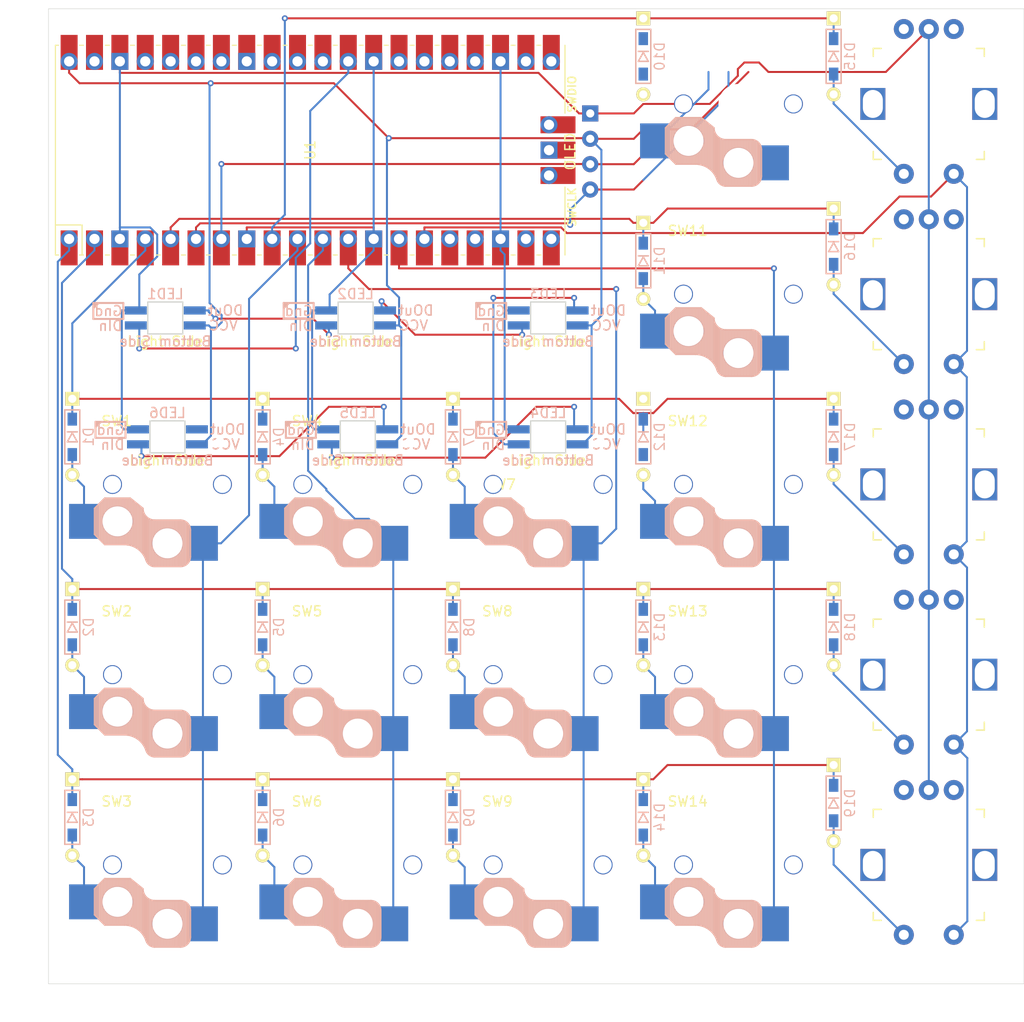
<source format=kicad_pcb>
(kicad_pcb (version 20240108) (generator "pcbnew") (generator_version "8.0")
  (layers (0 "F.Cu" signal) (31 "B.Cu" signal) (34 "B.Paste" user) (35 "F.Paste" user) (36 "B.SilkS" user "B.Silkscreen") (37 "F.SilkS" user "F.Silkscreen") (38 "B.Mask" user) (39 "F.Mask" user) (44 "Edge.Cuts" user))
  (net 0 "")
  (net 1 "Net-(D1-A)")
  (net 2 "Row0")
  (net 3 "Net-(D2-A)")
  (net 4 "Row1")
  (net 5 "Row2")
  (net 6 "Net-(D3-A)")
  (net 7 "Row3")
  (net 8 "Net-(D4-A)")
  (net 9 "Net-(D5-A)")
  (net 10 "Net-(D6-A)")
  (net 11 "Net-(D7-A)")
  (net 12 "Net-(D8-A)")
  (net 13 "Net-(D9-A)")
  (net 14 "Net-(LED2-DOUT)")
  (net 15 "Net-(D11-A)")
  (net 16 "Net-(D12-A)")
  (net 17 "Net-(D13-A)")
  (net 18 "Net-(D14-A)")
  (net 19 "Net-(D15-A)")
  (net 20 "Net-(D16-A)")
  (net 21 "SCL")
  (net 22 "GND")
  (net 23 "SDA")
  (net 24 "VCC")
  (net 25 "Col0")
  (net 26 "Col1")
  (net 27 "Col2")
  (net 28 "RE13_A")
  (net 29 "Col3")
  (net 30 "RE13_B")
  (net 31 "RE14_B")
  (net 32 "RE14_A")
  (net 33 "RE15_A")
  (net 34 "RE15_B")
  (net 35 "RE16_A")
  (net 36 "RE16_B")
  (net 38 "Net-(D17-A)")
  (net 39 "LED")
  (net 40 "Col4")
  (net 55 "RE17_A")
  (net 62 "RE17_B")
  (net 65 "Net-(LED1-DOUT)")
  (net 67 "Net-(LED5-DOUT)")
  (net 68 "Net-(LED3-DOUT)")
  (net 69 "Net-(LED4-DOUT)")
  (net 71 "RE1_B")
  (net 72 "RE1_A")
  (net 73 "Row4")
  (net 74 "Net-(D18-A)")
  (net 75 "Net-(D19-A)")
  (net 76 "RE2_A")
  (net 77 "RE2_B")
  (net 78 "RE3_A")
  (net 79 "RE3_B")
  (net 80 "RE4_A")
  (net 81 "RE4_B")
  (net 82 "RE5_A")
  (net 83 "RE5_B")
  (net 84 "Net-(D10-A)")
  (footprint "kbd_SW:Choc_Hotswap_1u" (layer "F.Cu") (at 92.8688 104.775)
    (property "Reference" "SW9")
    (property "Value" "SW_Push" (hide yes))
  )
  (footprint "kbd_Parts:RotaryEncoder_EC12E" (layer "F.Cu") (at 130.9688 66.675 -90)
    (property "Reference" "SW17")
    (property "Value" "RotaryEncoder_Switch")
  )
  (footprint "kbd_Parts:Diode_TH_SMD" (layer "F.Cu") (at 45.2438 100.0125 -90)
    (property "Reference" "D3")
    (property "Value" "D" (hide yes))
  )
  (footprint "kbd_Parts:LED_SK6812MINI-E_BL" (layer "F.Cu") (at 54.7688 61.9125)
    (property "Reference" "LED6")
    (property "Value" "LED_SK6812MINI-E")
    (fp_line (start -1.75 -1.6) (end 1.75 -1.6) (stroke (width 0.12)) (layer "Edge.Cuts"))
    (fp_line (start -1.75 1.6) (end -1.75 -1.6) (stroke (width 0.12)) (layer "Edge.Cuts"))
    (fp_line (start 1.75 -1.6) (end 1.75 1.6) (stroke (width 0.12)) (layer "Edge.Cuts"))
    (fp_line (start 1.75 1.6) (end -1.75 1.6) (stroke (width 0.12)) (layer "Edge.Cuts"))
  )
  (footprint "kbd_Parts:LED_SK6812MINI-E_BL" (layer "F.Cu") (at 73.8188 61.9125)
    (property "Reference" "LED5")
    (property "Value" "LED_SK6812MINI-E")
    (fp_line (start -1.75 -1.6) (end 1.75 -1.6) (stroke (width 0.12)) (layer "Edge.Cuts"))
    (fp_line (start -1.75 1.6) (end -1.75 -1.6) (stroke (width 0.12)) (layer "Edge.Cuts"))
    (fp_line (start 1.75 -1.6) (end 1.75 1.6) (stroke (width 0.12)) (layer "Edge.Cuts"))
    (fp_line (start 1.75 1.6) (end -1.75 1.6) (stroke (width 0.12)) (layer "Edge.Cuts"))
  )
  (footprint "kbd_SW:Choc_Hotswap_1u" (layer "F.Cu") (at 73.8188 85.725)
    (property "Reference" "SW5")
    (property "Value" "SW_Push" (hide yes))
  )
  (footprint "kbd_Parts:Diode_TH_SMD" (layer "F.Cu") (at 102.3938 44.2912 -90)
    (property "Reference" "D11")
    (property "Value" "D" (hide yes))
  )
  (footprint "kbd_SW:Choc_Hotswap_1u" (layer "F.Cu") (at 92.8688 85.725)
    (property "Reference" "SW8")
    (property "Value" "SW_Push" (hide yes))
  )
  (footprint "kbd_Parts:RotaryEncoder_EC12E" (layer "F.Cu") (at 130.9688 28.575 -90)
    (property "Reference" "SW15")
    (property "Value" "RotaryEncoder_Switch")
  )
  (footprint "kbd_Parts:LED_SK6812MINI-E_BL" (layer "F.Cu") (at 54.5501 50.0062)
    (property "Reference" "LED1")
    (property "Value" "LED_SK6812MINI-E")
    (fp_line (start -1.75 -1.6) (end 1.75 -1.6) (stroke (width 0.12)) (layer "Edge.Cuts"))
    (fp_line (start -1.75 1.6) (end -1.75 -1.6) (stroke (width 0.12)) (layer "Edge.Cuts"))
    (fp_line (start 1.75 -1.6) (end 1.75 1.6) (stroke (width 0.12)) (layer "Edge.Cuts"))
    (fp_line (start 1.75 1.6) (end -1.75 1.6) (stroke (width 0.12)) (layer "Edge.Cuts"))
  )
  (footprint "kbd_SW:Choc_Hotswap_1u" (layer "F.Cu") (at 111.9188 104.775)
    (property "Reference" "SW14")
    (property "Value" "SW_Push" (hide yes))
  )
  (footprint "kbd_SW:Choc_Hotswap_1u" (layer "F.Cu") (at 92.8688 66.675)
    (property "Reference" "SW7")
    (property "Value" "SW_Push" (hide yes))
  )
  (footprint "kbd_Parts:LED_SK6812MINI-E_BL" (layer "F.Cu") (at 92.8688 50.0062)
    (property "Reference" "LED3")
    (property "Value" "LED_SK6812MINI-E")
    (fp_line (start -1.75 -1.6) (end 1.75 -1.6) (stroke (width 0.12)) (layer "Edge.Cuts"))
    (fp_line (start -1.75 1.6) (end -1.75 -1.6) (stroke (width 0.12)) (layer "Edge.Cuts"))
    (fp_line (start 1.75 -1.6) (end 1.75 1.6) (stroke (width 0.12)) (layer "Edge.Cuts"))
    (fp_line (start 1.75 1.6) (end -1.75 1.6) (stroke (width 0.12)) (layer "Edge.Cuts"))
  )
  (footprint "kbd_SW:Choc_Hotswap_1u" (layer "F.Cu") (at 73.8188 66.675)
    (property "Reference" "SW4")
    (property "Value" "SW_Push" (hide yes))
  )
  (footprint "kbd_Parts:Diode_TH_SMD" (layer "F.Cu") (at 64.2938 80.9625 -90)
    (property "Reference" "D5")
    (property "Value" "D" (hide yes))
  )
  (footprint "kbd_Parts:Diode_TH_SMD" (layer "F.Cu") (at 102.39375 61.9125 -90)
    (property "Reference" "D12")
    (property "Value" "D" (hide yes))
  )
  (footprint "kbd_Parts:Diode_TH_SMD" (layer "F.Cu") (at 83.3438 80.9625 -90)
    (property "Reference" "D8")
    (property "Value" "D" (hide yes))
  )
  (footprint "kbd_Parts:Diode_TH_SMD" (layer "F.Cu") (at 121.4438 98.5837 -90)
    (property "Reference" "D19")
    (property "Value" "D" (hide yes))
  )
  (footprint "kbd_SW:Choc_Hotswap_1u" (layer "F.Cu") (at 54.7688 85.725)
    (property "Reference" "SW2")
    (property "Value" "SW_Push" (hide yes))
  )
  (footprint "kbd_Parts:RotaryEncoder_EC12E" (layer "F.Cu") (at 130.9688 104.775 -90)
    (property "Reference" "SW19")
    (property "Value" "RotaryEncoder_Switch")
  )
  (footprint "kbd_SW:Choc_Hotswap_1u" (layer "F.Cu") (at 111.9188 47.625)
    (property "Reference" "SW11")
    (property "Value" "SW_Push" (hide yes))
  )
  (footprint "kbd_Parts:Diode_TH_SMD" (layer "F.Cu") (at 102.3938 100.0125 -90)
    (property "Reference" "D14")
    (property "Value" "D" (hide yes))
  )
  (footprint "kbd_Parts:RotaryEncoder_EC12E" (layer "F.Cu") (at 130.9688 85.725 -90)
    (property "Reference" "SW18")
    (property "Value" "RotaryEncoder_Switch")
  )
  (footprint "kbd_Parts:Diode_TH_SMD" (layer "F.Cu") (at 121.4438 80.9625 -90)
    (property "Reference" "D18")
    (property "Value" "D" (hide yes))
  )
  (footprint "kbd_Parts:RotaryEncoder_EC12E" (layer "F.Cu") (at 130.9688 47.625 -90)
    (property "Reference" "SW16")
    (property "Value" "RotaryEncoder_Switch")
  )
  (footprint "kbd_Parts:Diode_TH_SMD" (layer "F.Cu") (at 64.2938 100.0125 -90)
    (property "Reference" "D6")
    (property "Value" "D" (hide yes))
  )
  (footprint "kbd_SW:Choc_Hotswap_1u" (layer "F.Cu") (at 73.8188 104.775)
    (property "Reference" "SW6")
    (property "Value" "SW_Push" (hide yes))
  )
  (footprint "kbd_Parts:Diode_TH_SMD" (layer "F.Cu") (at 121.4438 61.9125 -90)
    (property "Reference" "D17")
    (property "Value" "D" (hide yes))
  )
  (footprint "RPi_Pico:RPi_Pico_SMD_TH" (layer "F.Cu") (at 69.0563 33.2025 90)
    (property "Reference" "U1")
    (property "Value" "Pico")
  )
  (footprint "kbd_SW:Choc_Hotswap_1u" (layer "F.Cu") (at 54.7688 104.775)
    (property "Reference" "SW3")
    (property "Value" "SW_Push" (hide yes))
  )
  (footprint "kbd_Parts:LED_SK6812MINI-E_BL" (layer "F.Cu") (at 92.8688 61.9125)
    (property "Reference" "LED4")
    (property "Value" "LED_SK6812MINI-E")
    (fp_line (start -1.75 -1.6) (end 1.75 -1.6) (stroke (width 0.12)) (layer "Edge.Cuts"))
    (fp_line (start -1.75 1.6) (end -1.75 -1.6) (stroke (width 0.12)) (layer "Edge.Cuts"))
    (fp_line (start 1.75 -1.6) (end 1.75 1.6) (stroke (width 0.12)) (layer "Edge.Cuts"))
    (fp_line (start 1.75 1.6) (end -1.75 1.6) (stroke (width 0.12)) (layer "Edge.Cuts"))
  )
  (footprint "kbd_Parts:Diode_TH_SMD" (layer "F.Cu") (at 83.3438 100.0125 -90)
    (property "Reference" "D9")
    (property "Value" "D" (hide yes))
  )
  (footprint "BrownSugar_KBD:OLED_center_display" (layer "F.Cu") (at 78.5813 33.3375 90)
    (property "Reference" "OL1")
    (property "Value" "OLED")
  )
  (footprint "kbd_SW:Choc_Hotswap_1u" (layer "F.Cu") (at 111.9188 85.725)
    (property "Reference" "SW13")
    (property "Value" "SW_Push" (hide yes))
  )
  (footprint "kbd_Parts:Diode_TH_SMD" (layer "F.Cu") (at 102.3938 80.9625 -90)
    (property "Reference" "D13")
    (property "Value" "D" (hide yes))
  )
  (footprint "kbd_Parts:Diode_TH_SMD" (layer "F.Cu") (at 121.4438 23.8125 -90)
    (property "Reference" "D15")
    (property "Value" "D" (hide yes))
  )
  (footprint "kbd_SW:Choc_Hotswap_1u" (layer "F.Cu") (at 111.9188 66.675)
    (property "Reference" "SW12")
    (property "Value" "SW_Push" (hide yes))
  )
  (footprint "kbd_Parts:Diode_TH_SMD" (layer "F.Cu") (at 121.4438 42.8625 -90)
    (property "Reference" "D16")
    (property "Value" "D" (hide yes))
  )
  (footprint "kbd_Parts:Diode_TH_SMD" (layer "F.Cu") (at 64.2938 61.9125 -90)
    (property "Reference" "D4")
    (property "Value" "D" (hide yes))
  )
  (footprint "kbd_Parts:Diode_TH_SMD" (layer "F.Cu") (at 45.2438 80.9625 -90)
    (property "Reference" "D2")
    (property "Value" "D" (hide yes))
  )
  (footprint "kbd_Parts:Diode_TH_SMD" (layer "F.Cu") (at 102.39375 23.8125 -90)
    (property "Reference" "D10")
    (property "Value" "D" (hide yes))
  )
  (footprint "kbd_Parts:Diode_TH_SMD" (layer "F.Cu") (at 45.2438 61.9125 -90)
    (property "Reference" "D1")
    (property "Value" "D" (hide yes))
  )
  (footprint "kbd_Parts:Diode_TH_SMD" (layer "F.Cu") (at 83.3438 61.9125 -90)
    (property "Reference" "D7")
    (property "Value" "D" (hide yes))
  )
  (footprint "kbd_SW:Choc_Hotswap_1u" (layer "F.Cu") (at 54.7688 66.675)
    (property "Reference" "SW1")
    (property "Value" "SW_Push" (hide yes))
  )
  (footprint "kbd_SW:Choc_Hotswap_1u" (layer "F.Cu") (at 111.91875 28.575)
    (property "Reference" "SW10" (hide yes))
    (property "Value" "SW_Push" (hide yes))
  )
  (footprint "kbd_Parts:LED_SK6812MINI-E_BL" (layer "F.Cu") (at 73.6001 50.0062)
    (property "Reference" "LED2")
    (property "Value" "LED_SK6812MINI-E")
    (fp_line (start -1.75 -1.6) (end 1.75 -1.6) (stroke (width 0.12)) (layer "Edge.Cuts"))
    (fp_line (start -1.75 1.6) (end -1.75 -1.6) (stroke (width 0.12)) (layer "Edge.Cuts"))
    (fp_line (start 1.75 -1.6) (end 1.75 1.6) (stroke (width 0.12)) (layer "Edge.Cuts"))
    (fp_line (start 1.75 1.6) (end -1.75 1.6) (stroke (width 0.12)) (layer "Edge.Cuts"))
  )
  (gr_line (start 42.8625 19.05) (end 42.8625 116.68125) (stroke (width 0.05)) (layer "Edge.Cuts"))
  (gr_line (start 140.49375 19.05) (end 42.8625 19.05) (stroke (width 0.05)) (layer "Edge.Cuts"))
  (gr_line (start 42.8625 116.68125) (end 140.49375 116.68125) (stroke (width 0.05)) (layer "Edge.Cuts"))
  (gr_line (start 140.49375 116.68125) (end 140.49375 19.05) (stroke (width 0.05)) (layer "Edge.Cuts"))
  (segment (start 46.4188 66.8975) (end 46.4188 70.375) (width 0.2) (layer "B.Cu") (net 1))
  (segment (start 45.2438 65.7225) (end 45.2438 63.6875) (width 0.2) (layer "B.Cu") (net 1))
  (segment (start 45.2438 65.7225) (end 46.4188 66.8975) (width 0.2) (layer "B.Cu") (net 1))
  (segment (start 121.4438 20.0025) (end 66.5163 20.0025) (width 0.2) (layer "F.Cu") (net 2))
  (via (at 66.5163 20.0025) (size 0.6) (drill 0.3) (layers "F.Cu" "B.Cu") (net 2))
  (segment (start 66.5163 39.6708) (end 66.5163 20.0025) (width 0.2) (layer "B.Cu") (net 2))
  (segment (start 65.2463 40.9408) (end 66.5163 39.6708) (width 0.2) (layer "B.Cu") (net 2))
  (segment (start 121.4438 22.0375) (end 121.4438 20.0025) (width 0.2) (layer "B.Cu") (net 2))
  (segment (start 65.2463 42.0925) (end 65.2463 40.9408) (width 0.2) (layer "B.Cu") (net 2))
  (segment (start 45.2438 84.7725) (end 45.2438 82.7375) (width 0.2) (layer "B.Cu") (net 3))
  (segment (start 45.2438 84.7725) (end 46.4188 85.9475) (width 0.2) (layer "B.Cu") (net 3))
  (segment (start 46.4188 85.9475) (end 46.4188 89.425) (width 0.2) (layer "B.Cu") (net 3))
  (segment (start 102.3938 40.4812) (end 103.394 40.4812) (width 0.2) (layer "F.Cu") (net 4))
  (segment (start 104.8227 39.0525) (end 103.394 40.4812) (width 0.2) (layer "F.Cu") (net 4))
  (segment (start 101.3936 40.4812) (end 100.9919 40.0795) (width 0.2) (layer "F.Cu") (net 4))
  (segment (start 55.9476 40.0795) (end 55.0863 40.9408) (width 0.2) (layer "F.Cu") (net 4))
  (segment (start 100.9919 40.0795) (end 55.9476 40.0795) (width 0.2) (layer "F.Cu") (net 4))
  (segment (start 102.3938 40.4812) (end 101.3936 40.4812) (width 0.2) (layer "F.Cu") (net 4))
  (segment (start 121.4438 39.0525) (end 104.8227 39.0525) (width 0.2) (layer "F.Cu") (net 4))
  (segment (start 55.0863 42.0925) (end 55.0863 40.9408) (width 0.2) (layer "F.Cu") (net 4))
  (segment (start 121.4438 41.0875) (end 121.4438 39.0525) (width 0.2) (layer "B.Cu") (net 4))
  (segment (start 102.3938 42.5162) (end 102.3938 40.4812) (width 0.2) (layer "B.Cu") (net 4))
  (segment (start 121.4438 58.1025) (end 104.8227 58.1025) (width 0.2) (layer "F.Cu") (net 5))
  (segment (start 99.9649 58.1025) (end 101.3936 59.5312) (width 0.2) (layer "F.Cu") (net 5))
  (segment (start 102.3938 59.5312) (end 101.3936 59.5312) (width 0.2) (layer "F.Cu") (net 5))
  (segment (start 83.3438 58.1025) (end 99.9649 58.1025) (width 0.2) (layer "F.Cu") (net 5))
  (segment (start 64.2938 58.1025) (end 83.3438 58.1025) (width 0.2) (layer "F.Cu") (net 5))
  (segment (start 45.2438 58.1025) (end 64.2938 58.1025) (width 0.2) (layer "F.Cu") (net 5))
  (segment (start 102.3938 59.5312) (end 103.394 59.5312) (width 0.2) (layer "F.Cu") (net 5))
  (segment (start 104.8227 58.1025) (end 103.394 59.5312) (width 0.2) (layer "F.Cu") (net 5))
  (segment (start 45.2438 58.1025) (end 45.2438 50.5467) (width 0.2) (layer "B.Cu") (net 5))
  (segment (start 83.3438 60.1375) (end 83.3438 58.1025) (width 0.2) (layer "B.Cu") (net 5))
  (segment (start 102.3938 61.5662) (end 102.3938 59.5312) (width 0.2) (layer "B.Cu") (net 5))
  (segment (start 45.2438 60.1375) (end 45.2438 58.1025) (width 0.2) (layer "B.Cu") (net 5))
  (segment (start 121.4438 60.1375) (end 121.4438 58.1025) (width 0.2) (layer "B.Cu") (net 5))
  (segment (start 52.5463 42.0925) (end 52.5463 43.2442) (width 0.2) (layer "B.Cu") (net 5))
  (segment (start 45.2438 50.5467) (end 52.5463 43.2442) (width 0.2) (layer "B.Cu") (net 5))
  (segment (start 64.2938 60.1375) (end 64.2938 58.1025) (width 0.2) (layer "B.Cu") (net 5))
  (segment (start 45.2438 103.8225) (end 46.4188 104.9975) (width 0.2) (layer "B.Cu") (net 6))
  (segment (start 45.2438 103.8225) (end 45.2438 101.7875) (width 0.2) (layer "B.Cu") (net 6))
  (segment (start 46.4188 104.9975) (end 46.4188 108.475) (width 0.2) (layer "B.Cu") (net 6))
  (segment (start 102.3938 77.1525) (end 83.3438 77.1525) (width 0.2) (layer "F.Cu") (net 7))
  (segment (start 83.3438 77.1525) (end 64.2938 77.1525) (width 0.2) (layer "F.Cu") (net 7))
  (segment (start 121.4438 77.1525) (end 102.3938 77.1525) (width 0.2) (layer "F.Cu") (net 7))
  (segment (start 45.2438 77.1525) (end 64.2938 77.1525) (width 0.2) (layer "F.Cu") (net 7))
  (segment (start 121.4438 79.1875) (end 121.4438 77.1525) (width 0.2) (layer "B.Cu") (net 7))
  (segment (start 83.3438 79.1875) (end 83.3438 77.1525) (width 0.2) (layer "B.Cu") (net 7))
  (segment (start 64.2938 79.1875) (end 64.2938 77.1525) (width 0.2) (layer "B.Cu") (net 7))
  (segment (start 44.2103 75.1188) (end 44.2103 46.5002) (width 0.2) (layer "B.Cu") (net 7))
  (segment (start 44.2103 46.5002) (end 47.4663 43.2442) (width 0.2) (layer "B.Cu") (net 7))
  (segment (start 45.2438 79.1875) (end 45.2438 77.1525) (width 0.2) (layer "B.Cu") (net 7))
  (segment (start 45.2438 76.1523) (end 44.2103 75.1188) (width 0.2) (layer "B.Cu") (net 7))
  (segment (start 47.4663 42.0925) (end 47.4663 43.2442) (width 0.2) (layer "B.Cu") (net 7))
  (segment (start 102.3938 79.1875) (end 102.3938 77.1525) (width 0.2) (layer "B.Cu") (net 7))
  (segment (start 45.2438 77.1525) (end 45.2438 76.1523) (width 0.2) (layer "B.Cu") (net 7))
  (segment (start 64.2938 65.7225) (end 64.2938 63.6875) (width 0.2) (layer "B.Cu") (net 8))
  (segment (start 64.2938 65.7225) (end 65.4688 66.8975) (width 0.2) (layer "B.Cu") (net 8))
  (segment (start 65.4688 66.8975) (end 65.4688 70.375) (width 0.2) (layer "B.Cu") (net 8))
  (segment (start 64.2938 84.7725) (end 65.4688 85.9475) (width 0.2) (layer "B.Cu") (net 9))
  (segment (start 64.2938 84.7725) (end 64.2938 82.7375) (width 0.2) (layer "B.Cu") (net 9))
  (segment (start 65.4688 85.9475) (end 65.4688 89.425) (width 0.2) (layer "B.Cu") (net 9))
  (segment (start 64.2938 103.8225) (end 64.2938 101.7875) (width 0.2) (layer "B.Cu") (net 10))
  (segment (start 64.2938 103.8225) (end 65.4688 104.9975) (width 0.2) (layer "B.Cu") (net 10))
  (segment (start 65.4688 104.9975) (end 65.4688 108.475) (width 0.2) (layer "B.Cu") (net 10))
  (segment (start 84.5188 66.8975) (end 84.5188 70.375) (width 0.2) (layer "B.Cu") (net 11))
  (segment (start 83.3438 65.7225) (end 84.5188 66.8975) (width 0.2) (layer "B.Cu") (net 11))
  (segment (start 83.3438 65.7225) (end 83.3438 63.6875) (width 0.2) (layer "B.Cu") (net 11))
  (segment (start 83.3438 84.7725) (end 83.3438 82.7375) (width 0.2) (layer "B.Cu") (net 12))
  (segment (start 84.5188 85.9475) (end 84.5188 89.425) (width 0.2) (layer "B.Cu") (net 12))
  (segment (start 83.3438 84.7725) (end 84.5188 85.9475) (width 0.2) (layer "B.Cu") (net 12))
  (segment (start 84.5188 104.9975) (end 84.5188 108.475) (width 0.2) (layer "B.Cu") (net 13))
  (segment (start 83.3438 103.8225) (end 83.3438 101.7875) (width 0.2) (layer "B.Cu") (net 13))
  (segment (start 83.3438 103.8225) (end 84.5188 104.9975) (width 0.2) (layer "B.Cu") (net 13))
  (segment (start 79.5526 51.6848) (end 76.2001 48.3323) (width 0.2) (layer "F.Cu") (net 14))
  (segment (start 90.2688 51.6848) (end 79.5526 51.6848) (width 0.2) (layer "F.Cu") (net 14))
  (via (at 76.2001 48.3323) (size 0.6) (drill 0.3) (layers "F.Cu" "B.Cu") (net 14))
  (via (at 90.2688 51.6848) (size 0.6) (drill 0.3) (layers "F.Cu" "B.Cu") (net 14))
  (segment (start 90.2688 50.7562) (end 90.2688 51.6848) (width 0.2) (layer "B.Cu") (net 14))
  (segment (start 76.2001 49.2562) (end 76.2001 48.3323) (width 0.2) (layer "B.Cu") (net 14))
  (segment (start 102.3938 48.1012) (end 102.3938 46.0662) (width 0.2) (layer "B.Cu") (net 15))
  (segment (start 103.5688 51.325) (end 103.5688 49.2733) (width 0.2) (layer "B.Cu") (net 15))
  (segment (start 103.5659 49.2733) (end 103.5688 49.2733) (width 0.2) (layer "B.Cu") (net 15))
  (segment (start 102.3938 48.1012) (end 103.5659 49.2733) (width 0.2) (layer "B.Cu") (net 15))
  (segment (start 102.3938 67.1512) (end 102.3938 65.1162) (width 0.2) (layer "B.Cu") (net 16))
  (segment (start 103.5659 68.3233) (end 103.5688 68.3233) (width 0.2) (layer "B.Cu") (net 16))
  (segment (start 103.5688 70.375) (end 103.5688 68.3233) (width 0.2) (layer "B.Cu") (net 16))
  (segment (start 102.3938 67.1512) (end 103.5659 68.3233) (width 0.2) (layer "B.Cu") (net 16))
  (segment (start 103.5688 85.9475) (end 103.5688 89.425) (width 0.2) (layer "B.Cu") (net 17))
  (segment (start 102.3938 84.7725) (end 103.5688 85.9475) (width 0.2) (layer "B.Cu") (net 17))
  (segment (start 102.3938 84.7725) (end 102.3938 82.7375) (width 0.2) (layer "B.Cu") (net 17))
  (segment (start 102.3938 103.8225) (end 103.5688 104.9975) (width 0.2) (layer "B.Cu") (net 18))
  (segment (start 102.3938 103.8225) (end 102.3938 101.7875) (width 0.2) (layer "B.Cu") (net 18))
  (segment (start 103.5688 104.9975) (end 103.5688 108.475) (width 0.2) (layer "B.Cu") (net 18))
  (segment (start 121.4438 28.55) (end 128.4688 35.575) (width 0.2) (layer "B.Cu") (net 19))
  (segment (start 121.4438 27.6225) (end 121.4438 25.5875) (width 0.2) (layer "B.Cu") (net 19))
  (segment (start 121.4438 27.6225) (end 121.4438 28.55) (width 0.2) (layer "B.Cu") (net 19))
  (segment (start 121.4438 44.6375) (end 121.4438 46.6725) (width 0.2) (layer "B.Cu") (net 20))
  (segment (start 121.4438 46.6725) (end 121.4438 47.6) (width 0.2) (layer "B.Cu") (net 20))
  (segment (start 121.4438 47.6) (end 128.4688 54.625) (width 0.2) (layer "B.Cu") (net 20))
  (segment (start 101.4413 34.6075) (end 102.3938 33.655) (width 0.2) (layer "F.Cu") (net 21))
  (segment (start 97.0646 34.5908) (end 60.1663 34.5908) (width 0.2) (layer "F.Cu") (net 21))
  (segment (start 97.0813 34.6075) (end 97.0646 34.5908) (width 0.2) (layer "F.Cu") (net 21))
  (segment (start 97.0813 34.6075) (end 101.4413 34.6075) (width 0.2) (layer "F.Cu") (net 21))
  (via (at 60.1663 34.5908) (size 0.6) (drill 0.3) (layers "F.Cu" "B.Cu") (net 21))
  (segment (start 60.1663 42.0925) (end 60.1663 34.5908) (width 0.2) (layer "B.Cu") (net 21))
  (segment (start 50.0063 24.3125) (end 50.0063 25.4642) (width 0.2) (layer "F.Cu") (net 22))
  (segment (start 75.4063 42.0925) (end 75.4063 40.9408) (width 0.2) (layer "F.Cu") (net 22))
  (segment (start 95.9696 29.5275) (end 91.9063 25.4642) (width 0.2) (layer "F.Cu") (net 22))
  (segment (start 88.1063 24.3125) (end 88.1063 25.4642) (width 0.2) (layer "F.Cu") (net 22))
  (segment (start 62.7063 40.9408) (end 75.4063 40.9408) (width 0.2) (layer "F.Cu") (net 22))
  (segment (start 75.4063 24.3125) (end 75.4063 25.3642) (width 0.2) (layer "F.Cu") (net 22))
  (segment (start 111.8573 25.7631) (end 111.8573 25.0783) (width 0.2) (layer "F.Cu") (net 22))
  (segment (start 75.4063 25.4642) (end 88.1063 25.4642) (width 0.2) (layer "F.Cu") (net 22))
  (segment (start 102.3938 28.575) (end 109.0454 28.575) (width 0.2) (layer "F.Cu") (net 22))
  (segment (start 113.971 24.4275) (end 114.9185 25.375) (width 0.2) (layer "F.Cu") (net 22))
  (segment (start 75.4063 25.4642) (end 50.0063 25.4642) (width 0.2) (layer "F.Cu") (net 22))
  (segment (start 97.0813 29.5275) (end 95.9696 29.5275) (width 0.2) (layer "F.Cu") (net 22))
  (segment (start 101.4413 29.5275) (end 102.3938 28.575) (width 0.2) (layer "F.Cu") (net 22))
  (segment (start 130.9688 21.075) (end 126.6688 25.375) (width 0.2) (layer "F.Cu") (net 22))
  (segment (start 62.7063 42.0925) (end 62.7063 40.9408) (width 0.2) (layer "F.Cu") (net 22))
  (segment (start 91.9063 25.4642) (end 88.1063 25.4642) (width 0.2) (layer "F.Cu") (net 22))
  (segment (start 75.4063 25.3642) (end 75.4063 25.4642) (width 0.2) (layer "F.Cu") (net 22))
  (segment (start 109.0454 28.575) (end 111.8573 25.7631) (width 0.2) (layer "F.Cu") (net 22))
  (segment (start 126.6688 25.375) (end 114.9185 25.375) (width 0.2) (layer "F.Cu") (net 22))
  (segment (start 111.8573 25.0783) (end 112.5081 24.4275) (width 0.2) (layer "F.Cu") (net 22))
  (segment (start 97.0813 29.5275) (end 101.4413 29.5275) (width 0.2) (layer "F.Cu") (net 22))
  (segment (start 112.5081 24.4275) (end 113.971 24.4275) (width 0.2) (layer "F.Cu") (net 22))
  (segment (start 50.0063 42.0925) (end 50.0063 40.9408) (width 0.2) (layer "B.Cu") (net 22))
  (segment (start 50.1984 60.9438) (end 50.1984 49.2577) (width 0.2) (layer "B.Cu") (net 22))
  (segment (start 71.0001 49.2562) (end 69.2484 49.2562) (width 0.2) (layer "B.Cu") (net 22))
  (segment (start 71.2188 61.1625) (end 69.4671 61.1625) (width 0.2) (layer "B.Cu") (net 22))
  (segment (start 50.0063 25.4642) (end 50.0063 40.9408) (width 0.2) (layer "B.Cu") (net 22))
  (segment (start 75.4063 43.2442) (end 71.0001 47.6504) (width 0.2) (layer "B.Cu") (net 22))
  (segment (start 90.2688 61.1625) (end 88.5171 61.1625) (width 0.2) (layer "B.Cu") (net 22))
  (segment (start 130.9688 21.075) (end 130.9688 40.125) (width 0.2) (layer "B.Cu") (net 22))
  (segment (start 69.2484 60.9438) (end 69.4671 61.1625) (width 0.2) (layer "B.Cu") (net 22))
  (segment (start 88.1063 24.3125) (end 88.1063 42.0925) (width 0.2) (layer "B.Cu") (net 22))
  (segment (start 75.4063 42.0925) (end 75.4063 43.2442) (width 0.2) (layer "B.Cu") (net 22))
  (segment (start 53.7423 41.651) (end 53.7423 43.8614) (width 0.2) (layer "B.Cu") (net 22))
  (segment (start 88.5171 43.655) (end 88.1063 43.2442) (width 0.2) (layer "B.Cu") (net 22))
  (segment (start 51.9501 49.2562) (end 50.1999 49.2562) (width 0.2) (layer "B.Cu") (net 22))
  (segment (start 130.9688 78.225) (end 130.9688 97.275) (width 0.2) (layer "B.Cu") (net 22))
  (segment (start 51.9501 45.6536) (end 51.9501 49.2562) (width 0.2) (layer "B.Cu") (net 22))
  (segment (start 71.0001 47.6504) (end 71.0001 49.2562) (width 0.2) (layer "B.Cu") (net 22))
  (segment (start 53.0321 40.9408) (end 53.7423 41.651) (width 0.2) (layer "B.Cu") (net 22))
  (segment (start 50.1984 49.2577) (end 50.1999 49.2562) (width 0.2) (layer "B.Cu") (net 22))
  (segment (start 88.1063 42.0925) (end 88.1063 43.2442) (width 0.2) (layer "B.Cu") (net 22))
  (segment (start 50.0063 24.3125) (end 50.0063 25.4642) (width 0.2) (layer "B.Cu") (net 22))
  (segment (start 69.2484 49.2562) (end 69.2484 60.9438) (width 0.2) (layer "B.Cu") (net 22))
  (segment (start 53.7423 43.8614) (end 51.9501 45.6536) (width 0.2) (layer "B.Cu") (net 22))
  (segment (start 50.4171 61.1625) (end 50.1984 60.9438) (width 0.2) (layer "B.Cu") (net 22))
  (segment (start 88.5171 49.2562) (end 88.5171 43.655) (width 0.2) (layer "B.Cu") (net 22))
  (segment (start 88.5171 61.1625) (end 88.5171 49.2562) (width 0.2) (layer "B.Cu") (net 22))
  (segment (start 50.0063 40.9408) (end 53.0321 40.9408) (width 0.2) (layer "B.Cu") (net 22))
  (segment (start 130.9688 78.225) (end 130.9688 59.175) (width 0.2) (layer "B.Cu") (net 22))
  (segment (start 130.9688 40.125) (end 130.9688 59.175) (width 0.2) (layer "B.Cu") (net 22))
  (segment (start 75.4063 24.3125) (end 75.4063 42.0925) (width 0.2) (layer "B.Cu") (net 22))
  (segment (start 52.1688 61.1625) (end 50.4171 61.1625) (width 0.2) (layer "B.Cu") (net 22))
  (segment (start 90.2688 49.2562) (end 88.5171 49.2562) (width 0.2) (layer "B.Cu") (net 22))
  (segment (start 58.0359 40.5312) (end 94.9238 40.5312) (width 0.2) (layer "F.Cu") (net 23))
  (segment (start 101.4413 37.1475) (end 97.0813 37.1475) (width 0.2) (layer "F.Cu") (net 23))
  (segment (start 94.9238 40.5312) (end 95.0808 40.6882) (width 0.2) (layer "F.Cu") (net 23))
  (segment (start 57.6263 40.9408) (end 58.0359 40.5312) (width 0.2) (layer "F.Cu") (net 23))
  (segment (start 57.6263 42.0925) (end 57.6263 40.9408) (width 0.2) (layer "F.Cu") (net 23))
  (segment (start 102.3938 36.195) (end 101.4413 37.1475) (width 0.2) (layer "F.Cu") (net 23))
  (via (at 95.0808 40.6882) (size 0.6) (drill 0.3) (layers "F.Cu" "B.Cu") (net 23))
  (segment (start 95.0808 39.148) (end 95.0808 40.6882) (width 0.2) (layer "B.Cu") (net 23))
  (segment (start 97.0813 37.1475) (end 95.0808 39.148) (width 0.2) (layer "B.Cu") (net 23))
  (segment (start 59.0932 26.5027) (end 45.9648 26.5027) (width 0.2) (layer "F.Cu") (net 24))
  (segment (start 112.917 25.375) (end 107.177 31.115) (width 0.2) (layer "F.Cu") (net 24))
  (segment (start 107.177 31.115) (end 102.3938 31.115) (width 0.2) (layer "F.Cu") (net 24))
  (segment (start 45.9648 26.5027) (end 44.9263 25.4642) (width 0.2) (layer "F.Cu") (net 24))
  (segment (start 44.9263 24.3125) (end 44.9263 25.4642) (width 0.2) (layer "F.Cu") (net 24))
  (segment (start 71.4205 26.5027) (end 59.0932 26.5027) (width 0.2) (layer "F.Cu") (net 24))
  (segment (start 76.922 32.0042) (end 97.018 32.0042) (width 0.2) (layer "F.Cu") (net 24))
  (segment (start 97.0813 32.0675) (end 101.4413 32.0675) (width 0.2) (layer "F.Cu") (net 24))
  (segment (start 97.018 32.0042) (end 97.0813 32.0675) (width 0.2) (layer "F.Cu") (net 24))
  (segment (start 101.4413 32.0675) (end 102.3938 31.115) (width 0.2) (layer "F.Cu") (net 24))
  (segment (start 76.922 32.0042) (end 71.4205 26.5027) (width 0.2) (layer "F.Cu") (net 24))
  (via (at 59.0932 26.5027) (size 0.6) (drill 0.3) (layers "F.Cu" "B.Cu") (net 24))
  (via (at 76.922 32.0042) (size 0.6) (drill 0.3) (layers "F.Cu" "B.Cu") (net 24))
  (segment (start 77.314 62.6625) (end 78.1705 61.806) (width 0.2) (layer "B.Cu") (net 24))
  (segment (start 76.4188 62.6625) (end 77.314 62.6625) (width 0.2) (layer "B.Cu") (net 24))
  (segment (start 58.264 62.6625) (end 57.3688 62.6625) (width 0.2) (layer "B.Cu") (net 24))
  (segment (start 78.1705 50.9749) (end 77.9518 50.7562) (width 0.2) (layer "B.Cu") (net 24))
  (segment (start 97.2205 50.7562) (end 97.2205 61.7569) (width 0.2) (layer "B.Cu") (net 24))
  (segment (start 58.982 26.6139) (end 59.0932 26.5027) (width 0.2) (layer "B.Cu") (net 24))
  (segment (start 77.9518 50.7562) (end 77.9518 47.9526) (width 0.2) (layer "B.Cu") (net 24))
  (segment (start 77.9518 47.9526) (end 76.7362 46.737) (width 0.2) (layer "B.Cu") (net 24))
  (segment (start 59.1205 61.806) (end 58.264 62.6625) (width 0.2) (layer "B.Cu") (net 24))
  (segment (start 58.982 48.5119) (end 58.982 26.6139) (width 0.2) (layer "B.Cu") (net 24))
  (segment (start 58.9018 50.7562) (end 59.1205 50.9749) (width 0.2) (layer "B.Cu") (net 24))
  (segment (start 76.2001 50.7562) (end 77.9518 50.7562) (width 0.2) (layer "B.Cu") (net 24))
  (segment (start 60.1927 50.4389) (end 60.1927 49.7226) (width 0.2) (layer "B.Cu") (net 24))
  (segment (start 59.1205 50.9749) (end 59.1205 61.806) (width 0.2) (layer "B.Cu") (net 24))
  (segment (start 97.1197 50.7562) (end 97.219 50.7562) (width 0.2) (layer "B.Cu") (net 24))
  (segment (start 59.1205 50.9749) (end 59.6567 50.9749) (width 0.2) (layer "B.Cu") (net 24))
  (segment (start 60.1927 49.7226) (end 58.982 48.5119) (width 0.2) (layer "B.Cu") (net 24))
  (segment (start 98.2004 49.7763) (end 97.2205 50.7562) (width 0.2) (layer "B.Cu") (net 24))
  (segment (start 78.1705 61.806) (end 78.1705 50.9749) (width 0.2) (layer "B.Cu") (net 24))
  (segment (start 98.2004 33.1866) (end 98.2004 49.7763) (width 0.2) (layer "B.Cu") (net 24))
  (segment (start 95.4688 50.7562) (end 97.1197 50.7562) (width 0.2) (layer "B.Cu") (net 24))
  (segment (start 97.219 50.7562) (end 97.2205 50.7562) (width 0.2) (layer "B.Cu") (net 24))
  (segment (start 97.2205 61.7569) (end 96.3149 62.6625) (width 0.2) (layer "B.Cu") (net 24))
  (segment (start 59.6567 50.9749) (end 60.1927 50.4389) (width 0.2) (layer "B.Cu") (net 24))
  (segment (start 57.1501 50.7562) (end 58.9018 50.7562) (width 0.2) (layer "B.Cu") (net 24))
  (segment (start 76.7362 32.19) (end 76.922 32.0042) (width 0.2) (layer "B.Cu") (net 24))
  (segment (start 96.3149 62.6625) (end 95.4688 62.6625) (width 0.2) (layer "B.Cu") (net 24))
  (segment (start 76.7362 46.737) (end 76.7362 32.19) (width 0.2) (layer "B.Cu") (net 24))
  (segment (start 97.0813 32.0675) (end 98.2004 33.1866) (width 0.2) (layer "B.Cu") (net 24))
  (segment (start 67.7863 42.0925) (end 67.7863 43.2442) (width 0.2) (layer "B.Cu") (net 25))
  (segment (start 58.3188 110.675) (end 58.3188 91.625) (width 0.2) (layer "B.Cu") (net 25))
  (segment (start 67.7863 43.2442) (end 62.9355 48.095) (width 0.2) (layer "B.Cu") (net 25))
  (segment (start 62.9355 69.76) (end 60.1205 72.575) (width 0.2) (layer "B.Cu") (net 25))
  (segment (start 58.3188 72.575) (end 59.2197 72.575) (width 0.2) (layer "B.Cu") (net 25))
  (segment (start 59.2197 72.575) (end 60.1205 72.575) (width 0.2) (layer "B.Cu") (net 25))
  (segment (start 59.2197 72.575) (end 58.3188 73.4759) (width 0.2) (layer "B.Cu") (net 25))
  (segment (start 62.9355 48.095) (end 62.9355 69.76) (width 0.2) (layer "B.Cu") (net 25))
  (segment (start 58.3188 73.4759) (end 58.3188 91.625) (width 0.2) (layer "B.Cu") (net 25))
  (segment (start 73.5265 70.1199) (end 74.9137 70.1199) (width 0.2) (layer "B.Cu") (net 26))
  (segment (start 70.3263 42.0925) (end 70.3263 43.2442) (width 0.2) (layer "B.Cu") (net 26))
  (segment (start 77.3688 110.675) (end 77.3688 91.625) (width 0.2) (layer "B.Cu") (net 26))
  (segment (start 70.669 67.2624) (end 73.5265 70.1199) (width 0.2) (layer "B.Cu") (net 26))
  (segment (start 68.8467 44.7238) (end 68.8467 65.3093) (width 0.2) (layer "B.Cu") (net 26))
  (segment (start 70.3263 43.2442) (end 68.8467 44.7238) (width 0.2) (layer "B.Cu") (net 26))
  (segment (start 70.669 67.1316) (end 70.669 67.2624) (width 0.2) (layer "B.Cu") (net 26))
  (segment (start 68.8467 65.3093) (end 70.669 67.1316) (width 0.2) (layer "B.Cu") (net 26))
  (segment (start 74.9137 70.1199) (end 77.3688 72.575) (width 0.2) (layer "B.Cu") (net 26))
  (segment (start 77.3688 72.575) (end 77.3688 91.625) (width 0.2) (layer "B.Cu") (net 26))
  (segment (start 72.8663 45.0442) (end 74.935 47.1129) (width 0.2) (layer "F.Cu") (net 27))
  (segment (start 72.8663 42.0925) (end 72.8663 45.0442) (width 0.2) (layer "F.Cu") (net 27))
  (segment (start 74.935 47.1129) (end 99.6813 47.1129) (width 0.2) (layer "F.Cu") (net 27))
  (via (at 99.6813 47.1129) (size 0.6) (drill 0.3) (layers "F.Cu" "B.Cu") (net 27))
  (segment (start 96.4188 91.625) (end 96.4188 110.675) (width 0.2) (layer "B.Cu") (net 27))
  (segment (start 96.4188 72.575) (end 98.2205 72.575) (width 0.2) (layer "B.Cu") (net 27))
  (segment (start 98.2205 72.575) (end 99.6813 71.1142) (width 0.2) (layer "B.Cu") (net 27))
  (segment (start 99.6813 71.1142) (end 99.6813 47.1129) (width 0.2) (layer "B.Cu") (net 27))
  (segment (start 96.4188 72.575) (end 96.4188 91.625) (width 0.2) (layer "B.Cu") (net 27))
  (segment (start 77.9463 42.0925) (end 77.9463 45.0442) (width 0.2) (layer "F.Cu") (net 29))
  (segment (start 115.4688 45.0442) (end 77.9463 45.0442) (width 0.2) (layer "F.Cu") (net 29))
  (via (at 115.4688 45.0442) (size 0.6) (drill 0.3) (layers "F.Cu" "B.Cu") (net 29))
  (segment (start 115.4688 53.525) (end 115.4688 45.0442) (width 0.2) (layer "B.Cu") (net 29))
  (segment (start 115.4688 53.525) (end 115.4688 72.575) (width 0.2) (layer "B.Cu") (net 29))
  (segment (start 115.4688 91.625) (end 115.4688 110.675) (width 0.2) (layer "B.Cu") (net 29))
  (segment (start 115.4688 72.575) (end 115.4688 91.625) (width 0.2) (layer "B.Cu") (net 29))
  (segment (start 121.4438 65.7225) (end 121.4438 66.65) (width 0.2) (layer "B.Cu") (net 38))
  (segment (start 121.4438 66.65) (end 128.4688 73.675) (width 0.2) (layer "B.Cu") (net 38))
  (segment (start 121.4438 63.6875) (end 121.4438 65.7225) (width 0.2) (layer "B.Cu") (net 38))
  (segment (start 51.9501 53.0653) (end 67.613 53.0653) (width 0.2) (layer "F.Cu") (net 39))
  (via (at 67.613 53.0653) (size 0.6) (drill 0.3) (layers "F.Cu" "B.Cu") (net 39))
  (via (at 51.9501 53.0653) (size 0.6) (drill 0.3) (layers "F.Cu" "B.Cu") (net 39))
  (segment (start 51.9501 50.7562) (end 51.9501 53.0653) (width 0.2) (layer "B.Cu") (net 39))
  (segment (start 72.8663 25.4642) (end 69.0564 29.2741) (width 0.2) (layer "B.Cu") (net 39))
  (segment (start 69.0564 29.2741) (end 69.0564 42.5422) (width 0.2) (layer "B.Cu") (net 39))
  (segment (start 69.0564 42.5422) (end 67.613 43.9856) (width 0.2) (layer "B.Cu") (net 39))
  (segment (start 72.8663 24.3125) (end 72.8663 25.4642) (width 0.2) (layer "B.Cu") (net 39))
  (segment (start 67.613 43.9856) (end 67.613 53.0653) (width 0.2) (layer "B.Cu") (net 39))
  (segment (start 124.3772 41.5054) (end 128.0326 37.85) (width 0.2) (layer "F.Cu") (net 40))
  (segment (start 94.1714 40.9408) (end 94.736 41.5054) (width 0.2) (layer "F.Cu") (net 40))
  (segment (start 80.4863 40.9408) (end 94.1714 40.9408) (width 0.2) (layer "F.Cu") (net 40))
  (segment (start 128.0326 37.85) (end 131.1938 37.85) (width 0.2) (layer "F.Cu") (net 40))
  (segment (start 94.736 41.5054) (end 124.3772 41.5054) (width 0.2) (layer "F.Cu") (net 40))
  (segment (start 131.1938 37.85) (end 133.4688 35.575) (width 0.2) (layer "F.Cu") (net 40))
  (segment (start 80.4863 42.0925) (end 80.4863 40.9408) (width 0.2) (layer "F.Cu") (net 40))
  (segment (start 133.4688 111.775) (end 134.8255 110.4183) (width 0.2) (layer "B.Cu") (net 40))
  (segment (start 134.7705 72.3733) (end 133.4688 73.675) (width 0.2) (layer "B.Cu") (net 40))
  (segment (start 134.7945 53.2993) (end 134.7945 36.9007) (width 0.2) (layer "B.Cu") (net 40))
  (segment (start 133.4688 54.625) (end 134.7945 53.2993) (width 0.2) (layer "B.Cu") (net 40))
  (segment (start 133.4688 92.725) (end 134.7945 91.3993) (width 0.2) (layer "B.Cu") (net 40))
  (segment (start 134.7705 55.9267) (end 134.7705 72.3733) (width 0.2) (layer "B.Cu") (net 40))
  (segment (start 134.7945 91.3993) (end 134.7945 75.0007) (width 0.2) (layer "B.Cu") (net 40))
  (segment (start 134.7945 75.0007) (end 133.4688 73.675) (width 0.2) (layer "B.Cu") (net 40))
  (segment (start 134.8255 94.0817) (end 133.4688 92.725) (width 0.2) (layer "B.Cu") (net 40))
  (segment (start 133.4688 54.625) (end 134.7705 55.9267) (width 0.2) (layer "B.Cu") (net 40))
  (segment (start 134.8255 110.4183) (end 134.8255 94.0817) (width 0.2) (layer "B.Cu") (net 40))
  (segment (start 134.7945 36.9007) (end 133.4688 35.575) (width 0.2) (layer "B.Cu") (net 40))
  (segment (start 59.5751 50.0775) (end 69.3354 50.0775) (width 0.2) (layer "F.Cu") (net 65))
  (segment (start 69.3354 50.0775) (end 70.9262 51.6683) (width 0.2) (layer "F.Cu") (net 65))
  (via (at 70.9262 51.6683) (size 0.6) (drill 0.3) (layers "F.Cu" "B.Cu") (net 65))
  (via (at 59.5751 50.0775) (size 0.6) (drill 0.3) (layers "F.Cu" "B.Cu") (net 65))
  (segment (start 59.5751 50.0775) (end 58.9018 49.4042) (width 0.2) (layer "B.Cu") (net 65))
  (segment (start 71.0001 50.7562) (end 70.9262 50.8301) (width 0.2) (layer "B.Cu") (net 65))
  (segment (start 70.9262 50.8301) (end 70.9262 51.6683) (width 0.2) (layer "B.Cu") (net 65))
  (segment (start 57.1501 49.2562) (end 58.9018 49.2562) (width 0.2) (layer "B.Cu") (net 65))
  (segment (start 58.9018 49.4042) (end 58.9018 49.2562) (width 0.2) (layer "B.Cu") (net 65))
  (segment (start 65.9838 63.8431) (end 70.9262 58.9007) (width 0.2) (layer "F.Cu") (net 67))
  (segment (start 52.1688 63.8431) (end 65.9838 63.8431) (width 0.2) (layer "F.Cu") (net 67))
  (segment (start 70.9262 58.9007) (end 76.4188 58.9007) (width 0.2) (layer "F.Cu") (net 67))
  (via (at 76.4188 58.9007) (size 0.6) (drill 0.3) (layers "F.Cu" "B.Cu") (net 67))
  (via (at 52.1688 63.8431) (size 0.6) (drill 0.3) (layers "F.Cu" "B.Cu") (net 67))
  (segment (start 52.1688 62.6625) (end 52.1688 63.8431) (width 0.2) (layer "B.Cu") (net 67))
  (segment (start 76.4188 61.1625) (end 76.4188 58.9007) (width 0.2) (layer "B.Cu") (net 67))
  (segment (start 87.3863 47.9929) (end 95.4688 47.9929) (width 0.2) (layer "F.Cu") (net 68))
  (via (at 87.3863 47.9929) (size 0.6) (drill 0.3) (layers "F.Cu" "B.Cu") (net 68))
  (via (at 95.4688 47.9929) (size 0.6) (drill 0.3) (layers "F.Cu" "B.Cu") (net 68))
  (segment (start 90.2688 62.6625) (end 88.5171 62.6625) (width 0.2) (layer "B.Cu") (net 68))
  (segment (start 88.5171 62.6625) (end 87.3863 61.5317) (width 0.2) (layer "B.Cu") (net 68))
  (segment (start 87.3863 61.5317) (end 87.3863 47.9929) (width 0.2) (layer "B.Cu") (net 68))
  (segment (start 95.4688 49.2562) (end 95.4688 47.9929) (width 0.2) (layer "B.Cu") (net 68))
  (segment (start 91.6784 58.9007) (end 95.4688 58.9007) (width 0.2) (layer "F.Cu") (net 69))
  (segment (start 86.5859 63.9932) (end 91.6784 58.9007) (width 0.2) (layer "F.Cu") (net 69))
  (segment (start 71.2188 63.9932) (end 86.5859 63.9932) (width 0.2) (layer "F.Cu") (net 69))
  (via (at 95.4688 58.9007) (size 0.6) (drill 0.3) (layers "F.Cu" "B.Cu") (net 69))
  (via (at 71.2188 63.9932) (size 0.6) (drill 0.3) (layers "F.Cu" "B.Cu") (net 69))
  (segment (start 71.2188 63.9932) (end 71.2188 62.6625) (width 0.2) (layer "B.Cu") (net 69))
  (segment (start 95.4688 61.1625) (end 95.4688 58.9007) (width 0.2) (layer "B.Cu") (net 69))
  (segment (start 64.2938 96.2025) (end 46.244 96.2025) (width 0.2) (layer "F.Cu") (net 73))
  (segment (start 102.3938 96.2025) (end 103.394 96.2025) (width 0.2) (layer "F.Cu") (net 73))
  (segment (start 121.4438 94.7737) (end 104.8228 94.7737) (width 0.2) (layer "F.Cu") (net 73))
  (segment (start 83.3438 96.2025) (end 64.2938 96.2025) (width 0.2) (layer "F.Cu") (net 73))
  (segment (start 104.8228 94.7737) (end 103.394 96.2025) (width 0.2) (layer "F.Cu") (net 73))
  (segment (start 45.2438 96.2025) (end 46.244 96.2025) (width 0.2) (layer "F.Cu") (net 73))
  (segment (start 83.3438 96.2025) (end 102.3938 96.2025) (width 0.2) (layer "F.Cu") (net 73))
  (segment (start 102.3938 98.2375) (end 102.3938 96.2025) (width 0.2) (layer "B.Cu") (net 73))
  (segment (start 44.9263 43.2442) (end 43.794 44.3765) (width 0.2) (layer "B.Cu") (net 73))
  (segment (start 43.794 44.3765) (end 43.794 93.7525) (width 0.2) (layer "B.Cu") (net 73))
  (segment (start 44.9263 42.0925) (end 44.9263 43.2442) (width 0.2) (layer "B.Cu") (net 73))
  (segment (start 64.2938 98.2375) (end 64.2938 96.2025) (width 0.2) (layer "B.Cu") (net 73))
  (segment (start 45.2438 98.2375) (end 45.2438 96.2025) (width 0.2) (layer "B.Cu") (net 73))
  (segment (start 121.4438 96.8087) (end 121.4438 94.7737) (width 0.2) (layer "B.Cu") (net 73))
  (segment (start 43.794 93.7525) (end 45.2438 95.2023) (width 0.2) (layer "B.Cu") (net 73))
  (segment (start 83.3438 98.2375) (end 83.3438 96.2025) (width 0.2) (layer "B.Cu") (net 73))
  (segment (start 45.2438 96.2025) (end 45.2438 95.2023) (width 0.2) (layer "B.Cu") (net 73))
  (segment (start 121.4438 82.7375) (end 121.4438 84.7725) (width 0.2) (layer "B.Cu") (net 74))
  (segment (start 121.4438 85.7) (end 128.4688 92.725) (width 0.2) (layer "B.Cu") (net 74))
  (segment (start 121.4438 84.7725) (end 121.4438 85.7) (width 0.2) (layer "B.Cu") (net 74))
  (segment (start 121.4438 102.3937) (end 121.4438 100.3587) (width 0.2) (layer "B.Cu") (net 75))
  (segment (start 121.4438 102.3937) (end 121.4438 104.75) (width 0.2) (layer "B.Cu") (net 75))
  (segment (start 121.4438 104.75) (end 128.4688 111.775) (width 0.2) (layer "B.Cu") (net 75))
  (segment (start 110.9206 27.6682) (end 102.3938 36.195) (width 0.2) (layer "B.Cu") (net 84))
  (segment (start 108.9191 27.1297) (end 102.3938 33.655) (width 0.2) (layer "B.Cu") (net 84))
  (segment (start 110.9206 25.375) (end 110.9206 27.6682) (width 0.2) (layer "B.Cu") (net 84))
  (segment (start 108.9191 25.3749) (end 108.9191 27.1297) (width 0.2) (layer "B.Cu") (net 84))
)
</source>
